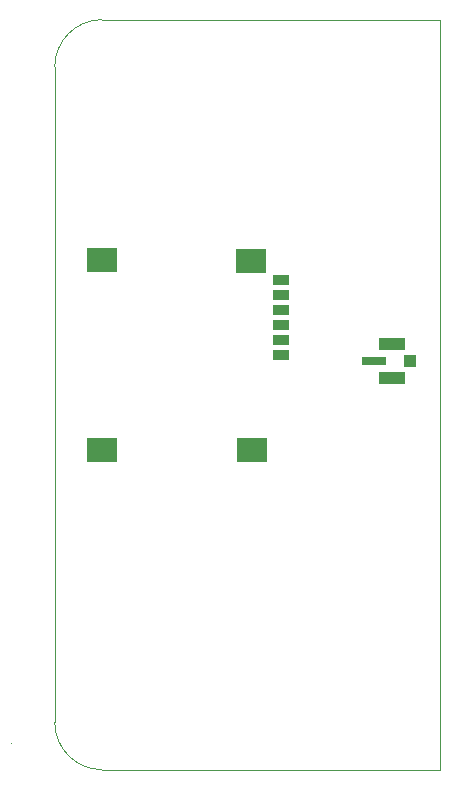
<source format=gbr>
G04 #@! TF.GenerationSoftware,KiCad,Pcbnew,(6.0.7)*
G04 #@! TF.CreationDate,2023-02-15T16:43:35+05:30*
G04 #@! TF.ProjectId,POWER CARD,504f5745-5220-4434-9152-442e6b696361,rev?*
G04 #@! TF.SameCoordinates,Original*
G04 #@! TF.FileFunction,Paste,Top*
G04 #@! TF.FilePolarity,Positive*
%FSLAX46Y46*%
G04 Gerber Fmt 4.6, Leading zero omitted, Abs format (unit mm)*
G04 Created by KiCad (PCBNEW (6.0.7)) date 2023-02-15 16:43:35*
%MOMM*%
%LPD*%
G01*
G04 APERTURE LIST*
G04 #@! TA.AperFunction,Profile*
%ADD10C,0.100000*%
G04 #@! TD*
%ADD11R,1.340000X0.900000*%
%ADD12R,2.610000X2.000000*%
%ADD13R,2.000000X0.800000*%
%ADD14R,2.200000X1.050000*%
%ADD15R,1.000000X1.000000*%
G04 APERTURE END LIST*
D10*
X85582966Y-123837734D02*
G75*
G03*
X89583042Y-127837734I4000034J34D01*
G01*
X85583042Y-68337734D02*
X85583042Y-123837734D01*
X118166574Y-127837734D02*
X118166574Y-64337734D01*
X89583042Y-127837734D02*
X118166574Y-127837734D01*
X118166574Y-64337734D02*
X89583042Y-64337734D01*
X89583042Y-64337732D02*
G75*
G03*
X85583042Y-68337734I-2J-3999998D01*
G01*
X81906894Y-125643083D02*
G75*
G03*
X81906894Y-125643083I-1J0D01*
G01*
D11*
X104723042Y-92772734D03*
X104723042Y-86422734D03*
X104723042Y-91502734D03*
X104723042Y-90232734D03*
D12*
X102203042Y-84797734D03*
X102253042Y-100797734D03*
X89553042Y-84697734D03*
X89553042Y-100797734D03*
D11*
X104723042Y-87692734D03*
X104723042Y-88962734D03*
D13*
X112623042Y-93237734D03*
D14*
X114123042Y-91762734D03*
D15*
X115623042Y-93237734D03*
D14*
X114123042Y-94712734D03*
M02*

</source>
